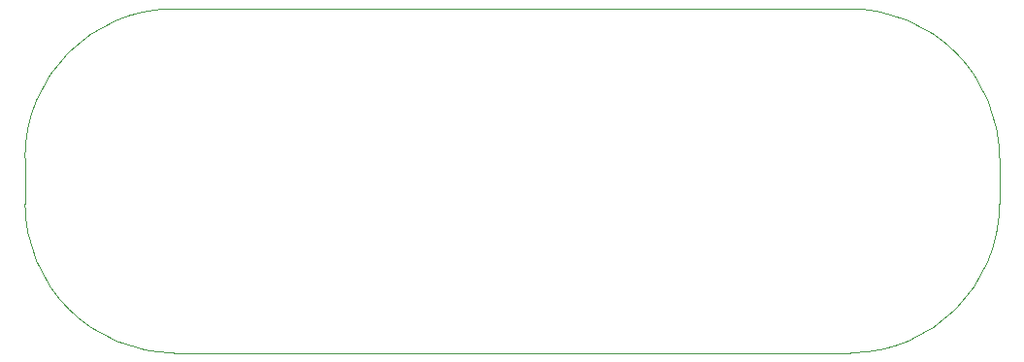
<source format=gbr>
%TF.GenerationSoftware,KiCad,Pcbnew,7.0.10*%
%TF.CreationDate,2024-11-23T21:13:02-08:00*%
%TF.ProjectId,charging-base rev1,63686172-6769-46e6-972d-626173652072,rev?*%
%TF.SameCoordinates,Original*%
%TF.FileFunction,Profile,NP*%
%FSLAX46Y46*%
G04 Gerber Fmt 4.6, Leading zero omitted, Abs format (unit mm)*
G04 Created by KiCad (PCBNEW 7.0.10) date 2024-11-23 21:13:02*
%MOMM*%
%LPD*%
G01*
G04 APERTURE LIST*
%TA.AperFunction,Profile*%
%ADD10C,0.100000*%
%TD*%
G04 APERTURE END LIST*
D10*
X179499999Y-85000000D02*
X120492388Y-84992388D01*
X107500000Y-102000000D02*
G75*
G03*
X120500001Y-115000000I13000000J0D01*
G01*
X107492388Y-97992388D02*
X107500000Y-100000000D01*
X192500000Y-100000000D02*
X192500000Y-98000000D01*
X192500000Y-98000000D02*
G75*
G03*
X179499999Y-85000000I-13000000J0D01*
G01*
X120492388Y-84992388D02*
G75*
G03*
X107492388Y-97992388I12J-13000012D01*
G01*
X192500000Y-102000000D02*
X192500000Y-100000000D01*
X107500000Y-100000000D02*
X107500000Y-102000000D01*
X120500001Y-115000000D02*
X179500000Y-115000000D01*
X179500000Y-115000000D02*
G75*
G03*
X192500000Y-102000000I0J13000000D01*
G01*
M02*

</source>
